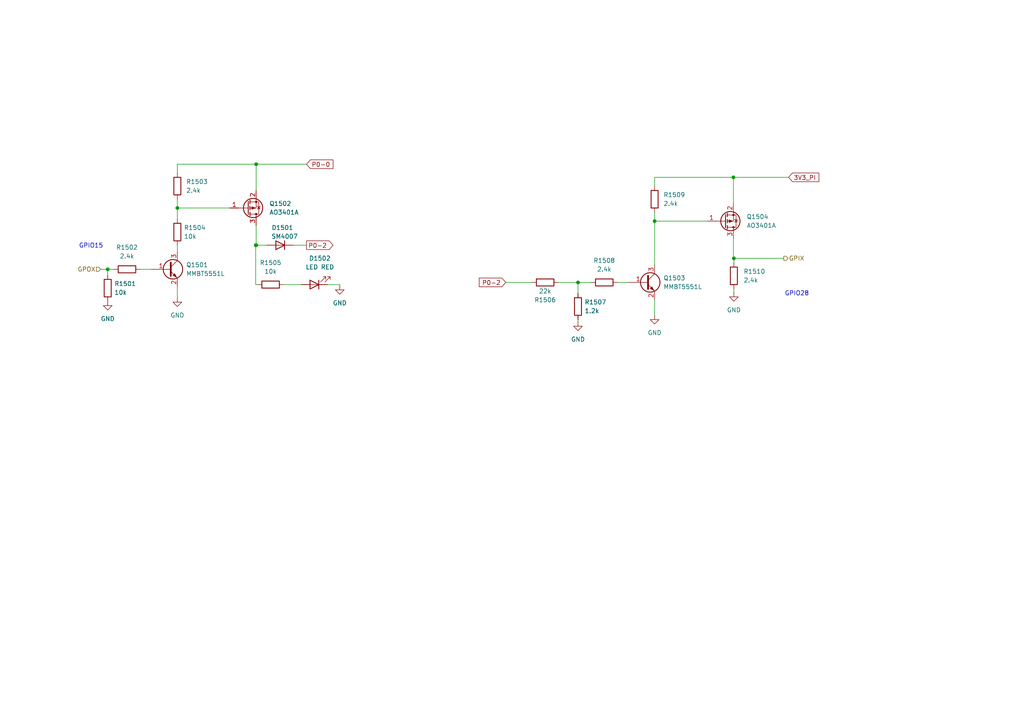
<source format=kicad_sch>
(kicad_sch (version 20211123) (generator eeschema)
  (paper "A4")
  (lib_symbols
    (symbol "Device:LED" (pin_numbers hide) (pin_names (offset 1.016) hide)
      (property "Reference" "D" (at 0 2.54 0))
      (property "Value" "LED" (at 0 -2.54 0))
      (symbol "LED_0_1"
        (polyline (pts (xy -1.27 -1.27) (xy -1.27 1.27)) (stroke (width 0.254)))
        (polyline (pts (xy -1.27 0) (xy 1.27 0)))
        (polyline (pts (xy 1.27 -1.27) (xy 1.27 1.27) (xy -1.27 0) (xy 1.27 -1.27)) (stroke (width 0.254)))
        (polyline (pts (xy -3.048 -0.762) (xy -4.572 -2.286) (xy -3.81 -2.286) (xy -4.572 -2.286) (xy -4.572 -1.524)))
        (polyline (pts (xy -1.778 -0.762) (xy -3.302 -2.286) (xy -2.54 -2.286) (xy -3.302 -2.286) (xy -3.302 -1.524)))
      )
      (symbol "LED_1_1"
        (pin passive line (at -3.81 0 0) (length 2.54) (name "K") (number "1"))
        (pin passive line (at 3.81 0 180) (length 2.54) (name "A") (number "2"))
      )
    )
    (symbol "Device:R" (pin_numbers hide) (pin_names (offset 0))
      (property "Reference" "R" (at 2.032 0 90))
      (property "Value" "R" (at 0 0 90))
      (symbol "R_0_1"
        (rectangle (start -1.016 -2.54) (end 1.016 2.54) (stroke (width 0.254)))
      )
      (symbol "R_1_1"
        (pin passive line (at 0 3.81 270) (length 1.27) (name "~") (number "1"))
        (pin passive line (at 0 -3.81 90) (length 1.27) (name "~") (number "2"))
      )
    )
    (symbol "Diode:SM4007" (pin_numbers hide) (pin_names (offset 1.016) hide)
      (property "Reference" "D" (at 0 2.54 0))
      (property "Value" "SM4007" (at 0 -2.54 0))
      (symbol "SM4007_0_1"
        (polyline (pts (xy -1.27 1.27) (xy -1.27 -1.27)) (stroke (width 0.254)))
        (polyline (pts (xy 1.27 0) (xy -1.27 0)))
        (polyline (pts (xy 1.27 1.27) (xy 1.27 -1.27) (xy -1.27 0) (xy 1.27 1.27)) (stroke (width 0.254)))
      )
      (symbol "SM4007_1_1"
        (pin passive line (at -3.81 0 0) (length 2.54) (name "K") (number "1"))
        (pin passive line (at 3.81 0 180) (length 2.54) (name "A") (number "2"))
      )
    )
    (symbol "Transistor_BJT:MMBT5551L" (pin_names (offset 0) hide)
      (property "Reference" "Q" (at 5.08 1.905 0))
      (property "Value" "MMBT5551L" (at 5.08 0 0))
      (symbol "MMBT5551L_0_1"
        (polyline (pts (xy 0.635 0.635) (xy 2.54 2.54)))
        (polyline (pts (xy 0.635 -0.635) (xy 2.54 -2.54) (xy 2.54 -2.54)))
        (polyline (pts (xy 0.635 1.905) (xy 0.635 -1.905) (xy 0.635 -1.905)) (stroke (width 0.508)))
        (polyline (pts (xy 1.27 -1.778) (xy 1.778 -1.27) (xy 2.286 -2.286) (xy 1.27 -1.778) (xy 1.27 -1.778)) (fill (type outline)))
        (circle (center 1.27 0) (radius 2.8194) (stroke (width 0.254)))
      )
      (symbol "MMBT5551L_1_1"
        (pin input line (at -5.08 0 0) (length 5.715) (name "B") (number "1"))
        (pin passive line (at 2.54 -5.08 90) (length 2.54) (name "E") (number "2"))
        (pin passive line (at 2.54 5.08 270) (length 2.54) (name "C") (number "3"))
      )
    )
    (symbol "Transistor_FET:AO3401A" (pin_names hide)
      (property "Reference" "Q" (at 5.08 1.905 0))
      (property "Value" "AO3401A" (at 5.08 0 0))
      (symbol "AO3401A_0_1"
        (polyline (pts (xy 0.254 0) (xy -2.54 0)))
        (polyline (pts (xy 0.254 1.905) (xy 0.254 -1.905)) (stroke (width 0.254)))
        (polyline (pts (xy 0.762 -1.27) (xy 0.762 -2.286)) (stroke (width 0.254)))
        (polyline (pts (xy 0.762 0.508) (xy 0.762 -0.508)) (stroke (width 0.254)))
        (polyline (pts (xy 0.762 2.286) (xy 0.762 1.27)) (stroke (width 0.254)))
        (polyline (pts (xy 2.54 2.54) (xy 2.54 1.778)))
        (polyline (pts (xy 2.54 -2.54) (xy 2.54 0) (xy 0.762 0)))
        (polyline (pts (xy 0.762 1.778) (xy 3.302 1.778) (xy 3.302 -1.778) (xy 0.762 -1.778)))
        (polyline (pts (xy 2.286 0) (xy 1.27 0.381) (xy 1.27 -0.381) (xy 2.286 0)) (fill (type outline)))
        (polyline (pts (xy 2.794 -0.508) (xy 2.921 -0.381) (xy 3.683 -0.381) (xy 3.81 -0.254)))
        (polyline (pts (xy 3.302 -0.381) (xy 2.921 0.254) (xy 3.683 0.254) (xy 3.302 -0.381)))
        (circle (center 1.651 0) (radius 2.794) (stroke (width 0.254)))
        (circle (center 2.54 -1.778) (radius 0.254) (fill (type outline)))
        (circle (center 2.54 1.778) (radius 0.254) (fill (type outline)))
      )
      (symbol "AO3401A_1_1"
        (pin input line (at -5.08 0 0) (length 2.54) (name "G") (number "1"))
        (pin passive line (at 2.54 -5.08 90) (length 2.54) (name "S") (number "2"))
        (pin passive line (at 2.54 5.08 270) (length 2.54) (name "D") (number "3"))
      )
    )
    (symbol "power:GND" (power) (pin_names (offset 0))
      (property "Value" "GND" (at 0 -3.81 0))
      (symbol "GND_0_1"
        (polyline (pts (xy 0 0) (xy 0 -1.27) (xy 1.27 -1.27) (xy 0 -2.54) (xy -1.27 -1.27) (xy 0 -1.27)))
      )
      (symbol "GND_1_1"
        (pin power_in line (at 0 0 270) (length 0) hide (name "GND") (number "1"))
      )
    )
  )
  (junction (at 51.435 60.325))
  (junction (at 212.725 51.435))
  (junction (at 212.852 74.93))
  (junction (at 74.295 47.625))
  (junction (at 189.865 64.135))
  (junction (at 31.242 78.105))
  (junction (at 167.64 81.915))
  (junction (at 74.168 71.12))
  (junction (at 74.295 71.12))
  (wire (pts (xy 51.435 57.785) (xy 51.435 60.325)))
  (wire (pts (xy 212.725 51.435) (xy 228.727 51.435)))
  (wire (pts (xy 74.295 47.625) (xy 51.435 47.625)))
  (wire (pts (xy 146.685 81.915) (xy 154.305 81.915)))
  (wire (pts (xy 189.865 86.995) (xy 189.865 91.44)))
  (wire (pts (xy 212.852 76.2) (xy 212.852 74.93)))
  (wire (pts (xy 74.168 82.55) (xy 74.676 82.55)))
  (wire (pts (xy 189.865 61.595) (xy 189.865 64.135)))
  (wire (pts (xy 31.242 78.105) (xy 31.242 79.756)))
  (wire (pts (xy 167.64 81.915) (xy 171.45 81.915)))
  (wire (pts (xy 212.852 83.82) (xy 212.852 84.836)))
  (wire (pts (xy 74.295 71.12) (xy 77.47 71.12)))
  (wire (pts (xy 85.09 71.12) (xy 88.9 71.12)))
  (wire (pts (xy 82.296 82.55) (xy 87.376 82.55)))
  (wire (pts (xy 74.168 71.12) (xy 74.295 71.12)))
  (wire (pts (xy 74.295 47.625) (xy 74.295 55.245)))
  (wire (pts (xy 31.242 78.105) (xy 33.02 78.105)))
  (wire (pts (xy 40.64 78.105) (xy 43.815 78.105)))
  (wire (pts (xy 161.925 81.915) (xy 167.64 81.915)))
  (wire (pts (xy 212.725 69.215) (xy 212.725 74.93)))
  (wire (pts (xy 189.865 64.135) (xy 205.105 64.135)))
  (wire (pts (xy 179.07 81.915) (xy 182.245 81.915)))
  (wire (pts (xy 94.996 82.55) (xy 98.552 82.55)))
  (wire (pts (xy 212.725 51.435) (xy 212.725 59.055)))
  (wire (pts (xy 189.865 64.135) (xy 189.865 76.835)))
  (wire (pts (xy 51.435 71.12) (xy 51.435 73.025)))
  (wire (pts (xy 212.852 74.93) (xy 227.33 74.93)))
  (wire (pts (xy 74.295 65.405) (xy 74.295 71.12)))
  (wire (pts (xy 167.64 93.345) (xy 167.64 92.71)))
  (wire (pts (xy 88.9 47.625) (xy 74.295 47.625)))
  (wire (pts (xy 189.865 51.435) (xy 189.865 53.975)))
  (wire (pts (xy 51.435 60.325) (xy 66.675 60.325)))
  (wire (pts (xy 51.435 83.185) (xy 51.435 86.36)))
  (wire (pts (xy 51.435 47.625) (xy 51.435 50.165)))
  (wire (pts (xy 74.168 82.55) (xy 74.168 71.12)))
  (wire (pts (xy 29.21 78.105) (xy 31.242 78.105)))
  (wire (pts (xy 51.435 60.325) (xy 51.435 63.5)))
  (wire (pts (xy 98.552 82.55) (xy 98.552 82.804)))
  (wire (pts (xy 212.725 74.93) (xy 212.852 74.93)))
  (wire (pts (xy 212.725 51.435) (xy 189.865 51.435)))
  (wire (pts (xy 167.64 81.915) (xy 167.64 85.09)))
  (text "GPIO15" (at 22.86 72.136 0) (effects (font (size 1.27 1.27)) (justify left bottom)))
  (text "GPIO28\n" (at 227.584 85.979 0) (effects (font (size 1.27 1.27)) (justify left bottom)))
  (global_label "P0-2" (shape output) (at 88.9 71.12 0) (property "Intersheet References" "${INTERSHEET_REFS}" (effects hide)))
  (global_label "P0-2" (shape input) (at 146.685 81.915 180) (property "Intersheet References" "${INTERSHEET_REFS}" (effects hide)))
  (global_label "P0-0" (shape input) (at 88.9 47.625 0) (property "Intersheet References" "${INTERSHEET_REFS}" (effects hide)))
  (global_label "3V3_PI" (shape input) (at 228.727 51.435 0) (property "Intersheet References" "${INTERSHEET_REFS}" (effects hide)))
  (hierarchical_label "GPOX" (shape input) (at 29.21 78.105 180))
  (hierarchical_label "GPIX" (shape output) (at 227.33 74.93 0))
  (symbol (lib_id "power:GND") (at 51.435 86.36 0) (unit 1)
    (property "Reference" "#PWR01502" (effects hide))
    (property "Value" "GND" (at 51.435 91.44 0))
  )
  (symbol (lib_id "power:GND") (at 31.242 87.376 0) (unit 1)
    (property "Reference" "#PWR01501" (effects hide))
    (property "Value" "GND" (at 31.242 92.456 0))
  )
  (symbol (lib_id "Device:R") (at 212.852 80.01 180) (unit 1)
    (property "Reference" "R1510" (at 215.646 78.7399 0) (effects (justify right)))
    (property "Value" "2.4k" (at 215.646 81.2799 0) (effects (justify right)))
    (property "Footprint" "Footprints:R_0402_1005Metric" (effects hide))
    (property "LCSC" "C25882" (effects hide))
  )
  (symbol (lib_id "Device:R") (at 167.64 88.9 180) (unit 1)
    (property "Reference" "R1507" (at 169.545 87.6299 0) (effects (justify right)))
    (property "Value" "1.2k" (at 169.545 90.1699 0) (effects (justify right)))
    (property "Footprint" "Footprints:R_0402_1005Metric" (effects hide))
    (property "LCSC" "C25862" (effects hide))
  )
  (symbol (lib_id "Device:R") (at 189.865 57.785 0) (unit 1)
    (property "Reference" "R1509" (at 192.405 56.5149 0) (effects (justify left)))
    (property "Value" "2.4k" (at 192.405 59.0549 0) (effects (justify left)))
    (property "Footprint" "Footprints:R_0402_1005Metric" (effects hide))
    (property "LCSC" "C25882" (effects hide))
  )
  (symbol (lib_id "Device:R") (at 78.486 82.55 270) (unit 1)
    (property "Reference" "R1505" (at 78.486 76.2 90))
    (property "Value" "10k" (at 78.486 78.74 90))
    (property "Footprint" "Footprints:R_0402_1005Metric" (effects hide))
    (property "LCSC" "C25744" (effects hide))
  )
  (symbol (lib_id "Transistor_FET:AO3401A") (at 210.185 64.135 0) (mirror x) (unit 1)
    (property "Reference" "Q1504" (at 216.535 62.8649 0) (effects (justify left)))
    (property "Value" "AO3401A" (at 216.535 65.4049 0) (effects (justify left)))
    (property "Footprint" "Package_TO_SOT_SMD:SOT-23" (effects hide))
    (property "Datasheet" "http://www.aosmd.com/pdfs/datasheet/AO3401A.pdf" (effects hide))
    (property "LCSC" "C15127" (effects hide))
  )
  (symbol (lib_id "power:GND") (at 189.865 91.44 0) (unit 1)
    (property "Reference" "#PWR01505" (effects hide))
    (property "Value" "GND" (at 189.865 96.52 0))
  )
  (symbol (lib_id "Device:R") (at 175.26 81.915 270) (unit 1)
    (property "Reference" "R1508" (at 175.26 75.565 90))
    (property "Value" "2.4k" (at 175.26 78.105 90))
    (property "Footprint" "Footprints:R_0402_1005Metric" (effects hide))
    (property "LCSC" "C25882" (effects hide))
  )
  (symbol (lib_id "Device:R") (at 51.435 67.31 0) (unit 1)
    (property "Reference" "R1504" (at 53.34 66.0399 0) (effects (justify left)))
    (property "Value" "10k" (at 53.34 68.5799 0) (effects (justify left)))
    (property "Footprint" "Footprints:R_0402_1005Metric" (effects hide))
    (property "LCSC" "C25744" (effects hide))
  )
  (symbol (lib_id "Transistor_BJT:MMBT5551L") (at 187.325 81.915 0) (unit 1)
    (property "Reference" "Q1503" (at 192.405 80.6449 0) (effects (justify left)))
    (property "Value" "MMBT5551L" (at 192.405 83.1849 0) (effects (justify left)))
    (property "Footprint" "Package_TO_SOT_SMD:SOT-23" (effects hide))
    (property "Datasheet" "www.onsemi.com/pub/Collateral/MMBT5550LT1-D.PDF" (effects hide))
    (property "LCSC" "C2145" (effects hide))
  )
  (symbol (lib_id "power:GND") (at 98.552 82.804 0) (unit 1)
    (property "Reference" "#PWR01503" (effects hide))
    (property "Value" "GND" (at 98.552 87.884 0))
  )
  (symbol (lib_id "Transistor_BJT:MMBT5551L") (at 48.895 78.105 0) (unit 1)
    (property "Reference" "Q1501" (at 53.975 76.8349 0) (effects (justify left)))
    (property "Value" "MMBT5551L" (at 53.975 79.3749 0) (effects (justify left)))
    (property "Footprint" "Package_TO_SOT_SMD:SOT-23" (effects hide))
    (property "Datasheet" "www.onsemi.com/pub/Collateral/MMBT5550LT1-D.PDF" (effects hide))
    (property "LCSC" "C2145" (effects hide))
  )
  (symbol (lib_id "Transistor_FET:AO3401A") (at 71.755 60.325 0) (mirror x) (unit 1)
    (property "Reference" "Q1502" (at 78.105 59.0549 0) (effects (justify left)))
    (property "Value" "AO3401A" (at 78.105 61.5949 0) (effects (justify left)))
    (property "Footprint" "Package_TO_SOT_SMD:SOT-23" (effects hide))
    (property "Datasheet" "http://www.aosmd.com/pdfs/datasheet/AO3401A.pdf" (effects hide))
    (property "LCSC" "C15127" (effects hide))
  )
  (symbol (lib_id "Device:R") (at 158.115 81.915 90) (unit 1)
    (property "Reference" "R1506" (at 158.115 86.995 90))
    (property "Value" "22k" (at 158.115 84.455 90))
    (property "Footprint" "Footprints:R_0402_1005Metric" (effects hide))
    (property "LCSC" "C25768" (effects hide))
  )
  (symbol (lib_id "Device:R") (at 36.83 78.105 270) (unit 1)
    (property "Reference" "R1502" (at 36.83 71.755 90))
    (property "Value" "2.4k" (at 36.83 74.295 90))
    (property "Footprint" "Footprints:R_0402_1005Metric" (effects hide))
    (property "LCSC" "C25882" (effects hide))
  )
  (symbol (lib_id "Device:LED") (at 91.186 82.55 180) (unit 1)
    (property "Reference" "D1502" (at 92.7735 74.93 0))
    (property "Value" "LED RED" (at 92.7735 77.47 0))
    (property "Footprint" "Footprints:LED_0603_1608Metric" (effects hide))
    (property "LCSC" "C2286" (effects hide))
  )
  (symbol (lib_id "power:GND") (at 212.852 84.836 0) (unit 1)
    (property "Reference" "#PWR01506" (effects hide))
    (property "Value" "GND" (at 212.852 89.916 0))
  )
  (symbol (lib_id "power:GND") (at 167.64 93.345 0) (unit 1)
    (property "Reference" "#PWR01504" (effects hide))
    (property "Value" "GND" (at 167.64 98.425 0))
  )
  (symbol (lib_id "Device:R") (at 51.435 53.975 0) (unit 1)
    (property "Reference" "R1503" (at 53.975 52.7049 0) (effects (justify left)))
    (property "Value" "2.4k" (at 53.975 55.2449 0) (effects (justify left)))
    (property "Footprint" "Footprints:R_0402_1005Metric" (effects hide))
    (property "LCSC" "C25882" (effects hide))
  )
  (symbol (lib_id "Diode:SM4007") (at 81.28 71.12 180) (unit 1)
    (property "Reference" "D1501" (at 81.915 66.04 0))
    (property "Value" "SM4007" (at 82.55 68.58 0))
    (property "Footprint" "Diode_SMD:D_MELF" (effects hide))
    (property "Datasheet" "http://cdn-reichelt.de/documents/datenblatt/A400/SMD1N400%23DIO.pdf" (effects hide))
    (property "LCSC" "C64898" (effects hide))
  )
  (symbol (lib_id "Device:R") (at 31.242 83.566 0) (unit 1)
    (property "Reference" "R1501" (at 33.147 82.2959 0) (effects (justify left)))
    (property "Value" "10k" (at 33.147 84.8359 0) (effects (justify left)))
    (property "Footprint" "Footprints:R_0402_1005Metric" (effects hide))
    (property "LCSC" "C25744" (effects hide))
  )
)
</source>
